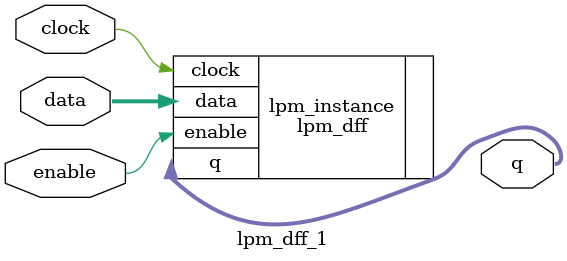
<source format=v>



module lpm_dff_1(enable,clock,data,q);
input enable;
input clock;
input [15:0] data;
output [15:0] q;

lpm_dff	lpm_instance(.enable(enable),.clock(clock),.data(data),.q(q));
	defparam	lpm_instance.LPM_WIDTH = 16;

endmodule

</source>
